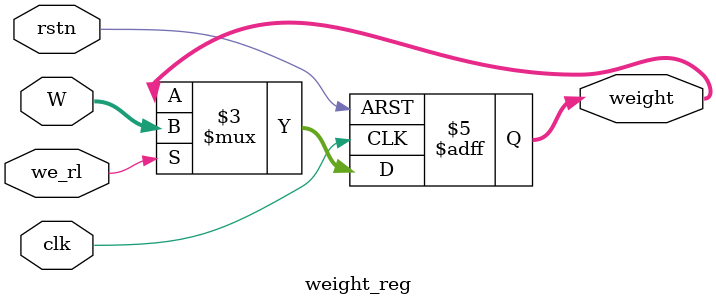
<source format=v>
module weight_reg #(
    parameter WEIGHT_BW = 8
) (
    input wire clk,
    input wire rstn,
    input wire we_rl,
    input wire signed [WEIGHT_BW-1:0] W,
    output reg signed [WEIGHT_BW-1:0] weight
);
    always @(posedge clk or negedge rstn) begin
        if (!rstn)
            weight <= 0;
        else if (we_rl)
            weight <= W;
    end
endmodule

</source>
